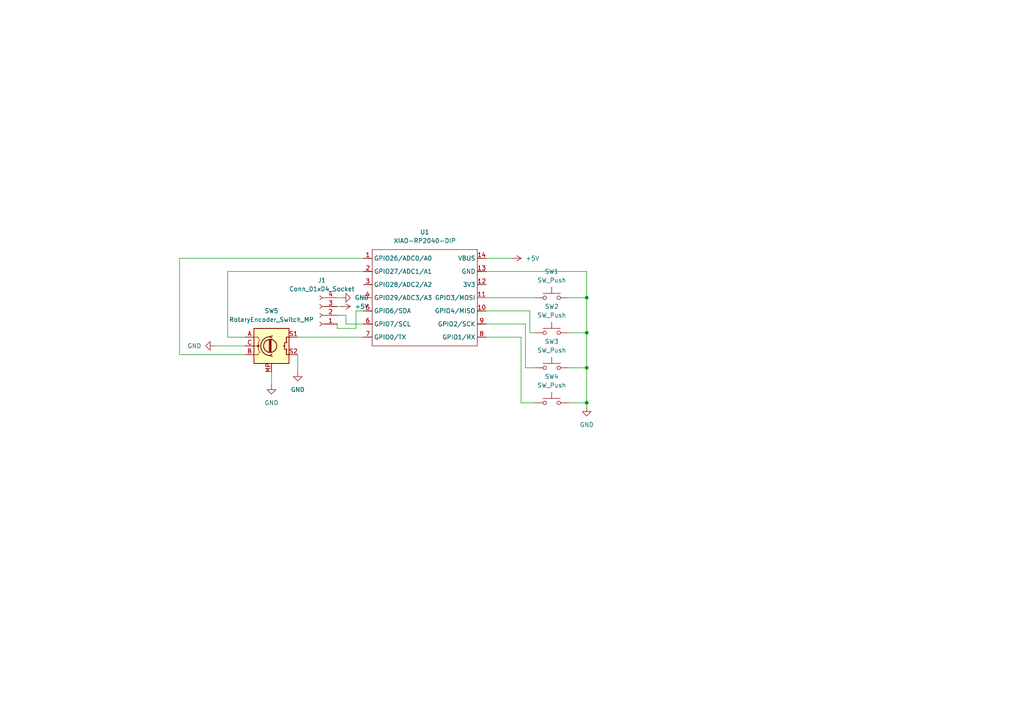
<source format=kicad_sch>
(kicad_sch
	(version 20250114)
	(generator "eeschema")
	(generator_version "9.0")
	(uuid "bb7fdfae-3601-43c7-8027-94ad6340509e")
	(paper "A4")
	(lib_symbols
		(symbol "Connector:Conn_01x04_Socket"
			(pin_names
				(offset 1.016)
				(hide yes)
			)
			(exclude_from_sim no)
			(in_bom yes)
			(on_board yes)
			(property "Reference" "J"
				(at 0 5.08 0)
				(effects
					(font
						(size 1.27 1.27)
					)
				)
			)
			(property "Value" "Conn_01x04_Socket"
				(at 0 -7.62 0)
				(effects
					(font
						(size 1.27 1.27)
					)
				)
			)
			(property "Footprint" ""
				(at 0 0 0)
				(effects
					(font
						(size 1.27 1.27)
					)
					(hide yes)
				)
			)
			(property "Datasheet" "~"
				(at 0 0 0)
				(effects
					(font
						(size 1.27 1.27)
					)
					(hide yes)
				)
			)
			(property "Description" "Generic connector, single row, 01x04, script generated"
				(at 0 0 0)
				(effects
					(font
						(size 1.27 1.27)
					)
					(hide yes)
				)
			)
			(property "ki_locked" ""
				(at 0 0 0)
				(effects
					(font
						(size 1.27 1.27)
					)
				)
			)
			(property "ki_keywords" "connector"
				(at 0 0 0)
				(effects
					(font
						(size 1.27 1.27)
					)
					(hide yes)
				)
			)
			(property "ki_fp_filters" "Connector*:*_1x??_*"
				(at 0 0 0)
				(effects
					(font
						(size 1.27 1.27)
					)
					(hide yes)
				)
			)
			(symbol "Conn_01x04_Socket_1_1"
				(polyline
					(pts
						(xy -1.27 2.54) (xy -0.508 2.54)
					)
					(stroke
						(width 0.1524)
						(type default)
					)
					(fill
						(type none)
					)
				)
				(polyline
					(pts
						(xy -1.27 0) (xy -0.508 0)
					)
					(stroke
						(width 0.1524)
						(type default)
					)
					(fill
						(type none)
					)
				)
				(polyline
					(pts
						(xy -1.27 -2.54) (xy -0.508 -2.54)
					)
					(stroke
						(width 0.1524)
						(type default)
					)
					(fill
						(type none)
					)
				)
				(polyline
					(pts
						(xy -1.27 -5.08) (xy -0.508 -5.08)
					)
					(stroke
						(width 0.1524)
						(type default)
					)
					(fill
						(type none)
					)
				)
				(arc
					(start 0 2.032)
					(mid -0.5058 2.54)
					(end 0 3.048)
					(stroke
						(width 0.1524)
						(type default)
					)
					(fill
						(type none)
					)
				)
				(arc
					(start 0 -0.508)
					(mid -0.5058 0)
					(end 0 0.508)
					(stroke
						(width 0.1524)
						(type default)
					)
					(fill
						(type none)
					)
				)
				(arc
					(start 0 -3.048)
					(mid -0.5058 -2.54)
					(end 0 -2.032)
					(stroke
						(width 0.1524)
						(type default)
					)
					(fill
						(type none)
					)
				)
				(arc
					(start 0 -5.588)
					(mid -0.5058 -5.08)
					(end 0 -4.572)
					(stroke
						(width 0.1524)
						(type default)
					)
					(fill
						(type none)
					)
				)
				(pin passive line
					(at -5.08 2.54 0)
					(length 3.81)
					(name "Pin_1"
						(effects
							(font
								(size 1.27 1.27)
							)
						)
					)
					(number "1"
						(effects
							(font
								(size 1.27 1.27)
							)
						)
					)
				)
				(pin passive line
					(at -5.08 0 0)
					(length 3.81)
					(name "Pin_2"
						(effects
							(font
								(size 1.27 1.27)
							)
						)
					)
					(number "2"
						(effects
							(font
								(size 1.27 1.27)
							)
						)
					)
				)
				(pin passive line
					(at -5.08 -2.54 0)
					(length 3.81)
					(name "Pin_3"
						(effects
							(font
								(size 1.27 1.27)
							)
						)
					)
					(number "3"
						(effects
							(font
								(size 1.27 1.27)
							)
						)
					)
				)
				(pin passive line
					(at -5.08 -5.08 0)
					(length 3.81)
					(name "Pin_4"
						(effects
							(font
								(size 1.27 1.27)
							)
						)
					)
					(number "4"
						(effects
							(font
								(size 1.27 1.27)
							)
						)
					)
				)
			)
			(embedded_fonts no)
		)
		(symbol "Device:RotaryEncoder_Switch_MP"
			(pin_names
				(offset 0.254)
				(hide yes)
			)
			(exclude_from_sim no)
			(in_bom yes)
			(on_board yes)
			(property "Reference" "SW"
				(at 0 8.89 0)
				(effects
					(font
						(size 1.27 1.27)
					)
				)
			)
			(property "Value" "RotaryEncoder_Switch_MP"
				(at 0 6.35 0)
				(effects
					(font
						(size 1.27 1.27)
					)
				)
			)
			(property "Footprint" ""
				(at -3.81 4.064 0)
				(effects
					(font
						(size 1.27 1.27)
					)
					(hide yes)
				)
			)
			(property "Datasheet" "~"
				(at 0 -12.7 0)
				(effects
					(font
						(size 1.27 1.27)
					)
					(hide yes)
				)
			)
			(property "Description" "Rotary encoder, dual channel, incremental quadrate outputs, with switch and MP Pin"
				(at 0 -15.24 0)
				(effects
					(font
						(size 1.27 1.27)
					)
					(hide yes)
				)
			)
			(property "ki_keywords" "rotary switch encoder switch push button"
				(at 0 0 0)
				(effects
					(font
						(size 1.27 1.27)
					)
					(hide yes)
				)
			)
			(property "ki_fp_filters" "RotaryEncoder*Switch*"
				(at 0 0 0)
				(effects
					(font
						(size 1.27 1.27)
					)
					(hide yes)
				)
			)
			(symbol "RotaryEncoder_Switch_MP_0_1"
				(rectangle
					(start -5.08 5.08)
					(end 5.08 -5.08)
					(stroke
						(width 0.254)
						(type default)
					)
					(fill
						(type background)
					)
				)
				(polyline
					(pts
						(xy -5.08 2.54) (xy -3.81 2.54) (xy -3.81 2.032)
					)
					(stroke
						(width 0)
						(type default)
					)
					(fill
						(type none)
					)
				)
				(polyline
					(pts
						(xy -5.08 0) (xy -3.81 0) (xy -3.81 -1.016) (xy -3.302 -2.032)
					)
					(stroke
						(width 0)
						(type default)
					)
					(fill
						(type none)
					)
				)
				(polyline
					(pts
						(xy -5.08 -2.54) (xy -3.81 -2.54) (xy -3.81 -2.032)
					)
					(stroke
						(width 0)
						(type default)
					)
					(fill
						(type none)
					)
				)
				(polyline
					(pts
						(xy -4.318 0) (xy -3.81 0) (xy -3.81 1.016) (xy -3.302 2.032)
					)
					(stroke
						(width 0)
						(type default)
					)
					(fill
						(type none)
					)
				)
				(circle
					(center -3.81 0)
					(radius 0.254)
					(stroke
						(width 0)
						(type default)
					)
					(fill
						(type outline)
					)
				)
				(polyline
					(pts
						(xy -0.635 -1.778) (xy -0.635 1.778)
					)
					(stroke
						(width 0.254)
						(type default)
					)
					(fill
						(type none)
					)
				)
				(circle
					(center -0.381 0)
					(radius 1.905)
					(stroke
						(width 0.254)
						(type default)
					)
					(fill
						(type none)
					)
				)
				(polyline
					(pts
						(xy -0.381 -1.778) (xy -0.381 1.778)
					)
					(stroke
						(width 0.254)
						(type default)
					)
					(fill
						(type none)
					)
				)
				(arc
					(start -0.381 -2.794)
					(mid -3.0988 -0.0635)
					(end -0.381 2.667)
					(stroke
						(width 0.254)
						(type default)
					)
					(fill
						(type none)
					)
				)
				(polyline
					(pts
						(xy -0.127 1.778) (xy -0.127 -1.778)
					)
					(stroke
						(width 0.254)
						(type default)
					)
					(fill
						(type none)
					)
				)
				(polyline
					(pts
						(xy 0.254 2.921) (xy -0.508 2.667) (xy 0.127 2.286)
					)
					(stroke
						(width 0.254)
						(type default)
					)
					(fill
						(type none)
					)
				)
				(polyline
					(pts
						(xy 0.254 -3.048) (xy -0.508 -2.794) (xy 0.127 -2.413)
					)
					(stroke
						(width 0.254)
						(type default)
					)
					(fill
						(type none)
					)
				)
				(polyline
					(pts
						(xy 3.81 1.016) (xy 3.81 -1.016)
					)
					(stroke
						(width 0.254)
						(type default)
					)
					(fill
						(type none)
					)
				)
				(polyline
					(pts
						(xy 3.81 0) (xy 3.429 0)
					)
					(stroke
						(width 0.254)
						(type default)
					)
					(fill
						(type none)
					)
				)
				(circle
					(center 4.318 1.016)
					(radius 0.127)
					(stroke
						(width 0.254)
						(type default)
					)
					(fill
						(type none)
					)
				)
				(circle
					(center 4.318 -1.016)
					(radius 0.127)
					(stroke
						(width 0.254)
						(type default)
					)
					(fill
						(type none)
					)
				)
				(polyline
					(pts
						(xy 5.08 2.54) (xy 4.318 2.54) (xy 4.318 1.016)
					)
					(stroke
						(width 0.254)
						(type default)
					)
					(fill
						(type none)
					)
				)
				(polyline
					(pts
						(xy 5.08 -2.54) (xy 4.318 -2.54) (xy 4.318 -1.016)
					)
					(stroke
						(width 0.254)
						(type default)
					)
					(fill
						(type none)
					)
				)
			)
			(symbol "RotaryEncoder_Switch_MP_1_1"
				(pin passive line
					(at -7.62 2.54 0)
					(length 2.54)
					(name "A"
						(effects
							(font
								(size 1.27 1.27)
							)
						)
					)
					(number "A"
						(effects
							(font
								(size 1.27 1.27)
							)
						)
					)
				)
				(pin passive line
					(at -7.62 0 0)
					(length 2.54)
					(name "C"
						(effects
							(font
								(size 1.27 1.27)
							)
						)
					)
					(number "C"
						(effects
							(font
								(size 1.27 1.27)
							)
						)
					)
				)
				(pin passive line
					(at -7.62 -2.54 0)
					(length 2.54)
					(name "B"
						(effects
							(font
								(size 1.27 1.27)
							)
						)
					)
					(number "B"
						(effects
							(font
								(size 1.27 1.27)
							)
						)
					)
				)
				(pin passive line
					(at 0 -7.62 90)
					(length 2.54)
					(name "MP"
						(effects
							(font
								(size 1.27 1.27)
							)
						)
					)
					(number "MP"
						(effects
							(font
								(size 1.27 1.27)
							)
						)
					)
				)
				(pin passive line
					(at 7.62 2.54 180)
					(length 2.54)
					(name "S1"
						(effects
							(font
								(size 1.27 1.27)
							)
						)
					)
					(number "S1"
						(effects
							(font
								(size 1.27 1.27)
							)
						)
					)
				)
				(pin passive line
					(at 7.62 -2.54 180)
					(length 2.54)
					(name "S2"
						(effects
							(font
								(size 1.27 1.27)
							)
						)
					)
					(number "S2"
						(effects
							(font
								(size 1.27 1.27)
							)
						)
					)
				)
			)
			(embedded_fonts no)
		)
		(symbol "Switch:SW_Push"
			(pin_numbers
				(hide yes)
			)
			(pin_names
				(offset 1.016)
				(hide yes)
			)
			(exclude_from_sim no)
			(in_bom yes)
			(on_board yes)
			(property "Reference" "SW"
				(at 1.27 2.54 0)
				(effects
					(font
						(size 1.27 1.27)
					)
					(justify left)
				)
			)
			(property "Value" "SW_Push"
				(at 0 -1.524 0)
				(effects
					(font
						(size 1.27 1.27)
					)
				)
			)
			(property "Footprint" ""
				(at 0 5.08 0)
				(effects
					(font
						(size 1.27 1.27)
					)
					(hide yes)
				)
			)
			(property "Datasheet" "~"
				(at 0 5.08 0)
				(effects
					(font
						(size 1.27 1.27)
					)
					(hide yes)
				)
			)
			(property "Description" "Push button switch, generic, two pins"
				(at 0 0 0)
				(effects
					(font
						(size 1.27 1.27)
					)
					(hide yes)
				)
			)
			(property "ki_keywords" "switch normally-open pushbutton push-button"
				(at 0 0 0)
				(effects
					(font
						(size 1.27 1.27)
					)
					(hide yes)
				)
			)
			(symbol "SW_Push_0_1"
				(circle
					(center -2.032 0)
					(radius 0.508)
					(stroke
						(width 0)
						(type default)
					)
					(fill
						(type none)
					)
				)
				(polyline
					(pts
						(xy 0 1.27) (xy 0 3.048)
					)
					(stroke
						(width 0)
						(type default)
					)
					(fill
						(type none)
					)
				)
				(circle
					(center 2.032 0)
					(radius 0.508)
					(stroke
						(width 0)
						(type default)
					)
					(fill
						(type none)
					)
				)
				(polyline
					(pts
						(xy 2.54 1.27) (xy -2.54 1.27)
					)
					(stroke
						(width 0)
						(type default)
					)
					(fill
						(type none)
					)
				)
				(pin passive line
					(at -5.08 0 0)
					(length 2.54)
					(name "1"
						(effects
							(font
								(size 1.27 1.27)
							)
						)
					)
					(number "1"
						(effects
							(font
								(size 1.27 1.27)
							)
						)
					)
				)
				(pin passive line
					(at 5.08 0 180)
					(length 2.54)
					(name "2"
						(effects
							(font
								(size 1.27 1.27)
							)
						)
					)
					(number "2"
						(effects
							(font
								(size 1.27 1.27)
							)
						)
					)
				)
			)
			(embedded_fonts no)
		)
		(symbol "power:+5V"
			(power)
			(pin_numbers
				(hide yes)
			)
			(pin_names
				(offset 0)
				(hide yes)
			)
			(exclude_from_sim no)
			(in_bom yes)
			(on_board yes)
			(property "Reference" "#PWR"
				(at 0 -3.81 0)
				(effects
					(font
						(size 1.27 1.27)
					)
					(hide yes)
				)
			)
			(property "Value" "+5V"
				(at 0 3.556 0)
				(effects
					(font
						(size 1.27 1.27)
					)
				)
			)
			(property "Footprint" ""
				(at 0 0 0)
				(effects
					(font
						(size 1.27 1.27)
					)
					(hide yes)
				)
			)
			(property "Datasheet" ""
				(at 0 0 0)
				(effects
					(font
						(size 1.27 1.27)
					)
					(hide yes)
				)
			)
			(property "Description" "Power symbol creates a global label with name \"+5V\""
				(at 0 0 0)
				(effects
					(font
						(size 1.27 1.27)
					)
					(hide yes)
				)
			)
			(property "ki_keywords" "global power"
				(at 0 0 0)
				(effects
					(font
						(size 1.27 1.27)
					)
					(hide yes)
				)
			)
			(symbol "+5V_0_1"
				(polyline
					(pts
						(xy -0.762 1.27) (xy 0 2.54)
					)
					(stroke
						(width 0)
						(type default)
					)
					(fill
						(type none)
					)
				)
				(polyline
					(pts
						(xy 0 2.54) (xy 0.762 1.27)
					)
					(stroke
						(width 0)
						(type default)
					)
					(fill
						(type none)
					)
				)
				(polyline
					(pts
						(xy 0 0) (xy 0 2.54)
					)
					(stroke
						(width 0)
						(type default)
					)
					(fill
						(type none)
					)
				)
			)
			(symbol "+5V_1_1"
				(pin power_in line
					(at 0 0 90)
					(length 0)
					(name "~"
						(effects
							(font
								(size 1.27 1.27)
							)
						)
					)
					(number "1"
						(effects
							(font
								(size 1.27 1.27)
							)
						)
					)
				)
			)
			(embedded_fonts no)
		)
		(symbol "power:GND"
			(power)
			(pin_numbers
				(hide yes)
			)
			(pin_names
				(offset 0)
				(hide yes)
			)
			(exclude_from_sim no)
			(in_bom yes)
			(on_board yes)
			(property "Reference" "#PWR"
				(at 0 -6.35 0)
				(effects
					(font
						(size 1.27 1.27)
					)
					(hide yes)
				)
			)
			(property "Value" "GND"
				(at 0 -3.81 0)
				(effects
					(font
						(size 1.27 1.27)
					)
				)
			)
			(property "Footprint" ""
				(at 0 0 0)
				(effects
					(font
						(size 1.27 1.27)
					)
					(hide yes)
				)
			)
			(property "Datasheet" ""
				(at 0 0 0)
				(effects
					(font
						(size 1.27 1.27)
					)
					(hide yes)
				)
			)
			(property "Description" "Power symbol creates a global label with name \"GND\" , ground"
				(at 0 0 0)
				(effects
					(font
						(size 1.27 1.27)
					)
					(hide yes)
				)
			)
			(property "ki_keywords" "global power"
				(at 0 0 0)
				(effects
					(font
						(size 1.27 1.27)
					)
					(hide yes)
				)
			)
			(symbol "GND_0_1"
				(polyline
					(pts
						(xy 0 0) (xy 0 -1.27) (xy 1.27 -1.27) (xy 0 -2.54) (xy -1.27 -1.27) (xy 0 -1.27)
					)
					(stroke
						(width 0)
						(type default)
					)
					(fill
						(type none)
					)
				)
			)
			(symbol "GND_1_1"
				(pin power_in line
					(at 0 0 270)
					(length 0)
					(name "~"
						(effects
							(font
								(size 1.27 1.27)
							)
						)
					)
					(number "1"
						(effects
							(font
								(size 1.27 1.27)
							)
						)
					)
				)
			)
			(embedded_fonts no)
		)
		(symbol "xiao:XIAO-RP2040-DIP"
			(exclude_from_sim no)
			(in_bom yes)
			(on_board yes)
			(property "Reference" "U"
				(at 0 0 0)
				(effects
					(font
						(size 1.27 1.27)
					)
				)
			)
			(property "Value" "XIAO-RP2040-DIP"
				(at 5.334 -1.778 0)
				(effects
					(font
						(size 1.27 1.27)
					)
				)
			)
			(property "Footprint" "Module:MOUDLE14P-XIAO-DIP-SMD"
				(at 14.478 -32.258 0)
				(effects
					(font
						(size 1.27 1.27)
					)
					(hide yes)
				)
			)
			(property "Datasheet" ""
				(at 0 0 0)
				(effects
					(font
						(size 1.27 1.27)
					)
					(hide yes)
				)
			)
			(property "Description" ""
				(at 0 0 0)
				(effects
					(font
						(size 1.27 1.27)
					)
					(hide yes)
				)
			)
			(symbol "XIAO-RP2040-DIP_1_0"
				(polyline
					(pts
						(xy -1.27 -2.54) (xy 29.21 -2.54)
					)
					(stroke
						(width 0.1524)
						(type solid)
					)
					(fill
						(type none)
					)
				)
				(polyline
					(pts
						(xy -1.27 -5.08) (xy -2.54 -5.08)
					)
					(stroke
						(width 0.1524)
						(type solid)
					)
					(fill
						(type none)
					)
				)
				(polyline
					(pts
						(xy -1.27 -5.08) (xy -1.27 -2.54)
					)
					(stroke
						(width 0.1524)
						(type solid)
					)
					(fill
						(type none)
					)
				)
				(polyline
					(pts
						(xy -1.27 -8.89) (xy -2.54 -8.89)
					)
					(stroke
						(width 0.1524)
						(type solid)
					)
					(fill
						(type none)
					)
				)
				(polyline
					(pts
						(xy -1.27 -8.89) (xy -1.27 -5.08)
					)
					(stroke
						(width 0.1524)
						(type solid)
					)
					(fill
						(type none)
					)
				)
				(polyline
					(pts
						(xy -1.27 -12.7) (xy -2.54 -12.7)
					)
					(stroke
						(width 0.1524)
						(type solid)
					)
					(fill
						(type none)
					)
				)
				(polyline
					(pts
						(xy -1.27 -12.7) (xy -1.27 -8.89)
					)
					(stroke
						(width 0.1524)
						(type solid)
					)
					(fill
						(type none)
					)
				)
				(polyline
					(pts
						(xy -1.27 -16.51) (xy -2.54 -16.51)
					)
					(stroke
						(width 0.1524)
						(type solid)
					)
					(fill
						(type none)
					)
				)
				(polyline
					(pts
						(xy -1.27 -16.51) (xy -1.27 -12.7)
					)
					(stroke
						(width 0.1524)
						(type solid)
					)
					(fill
						(type none)
					)
				)
				(polyline
					(pts
						(xy -1.27 -20.32) (xy -2.54 -20.32)
					)
					(stroke
						(width 0.1524)
						(type solid)
					)
					(fill
						(type none)
					)
				)
				(polyline
					(pts
						(xy -1.27 -24.13) (xy -2.54 -24.13)
					)
					(stroke
						(width 0.1524)
						(type solid)
					)
					(fill
						(type none)
					)
				)
				(polyline
					(pts
						(xy -1.27 -27.94) (xy -2.54 -27.94)
					)
					(stroke
						(width 0.1524)
						(type solid)
					)
					(fill
						(type none)
					)
				)
				(polyline
					(pts
						(xy -1.27 -30.48) (xy -1.27 -16.51)
					)
					(stroke
						(width 0.1524)
						(type solid)
					)
					(fill
						(type none)
					)
				)
				(polyline
					(pts
						(xy 29.21 -2.54) (xy 29.21 -5.08)
					)
					(stroke
						(width 0.1524)
						(type solid)
					)
					(fill
						(type none)
					)
				)
				(polyline
					(pts
						(xy 29.21 -5.08) (xy 29.21 -8.89)
					)
					(stroke
						(width 0.1524)
						(type solid)
					)
					(fill
						(type none)
					)
				)
				(polyline
					(pts
						(xy 29.21 -8.89) (xy 29.21 -12.7)
					)
					(stroke
						(width 0.1524)
						(type solid)
					)
					(fill
						(type none)
					)
				)
				(polyline
					(pts
						(xy 29.21 -12.7) (xy 29.21 -30.48)
					)
					(stroke
						(width 0.1524)
						(type solid)
					)
					(fill
						(type none)
					)
				)
				(polyline
					(pts
						(xy 29.21 -30.48) (xy -1.27 -30.48)
					)
					(stroke
						(width 0.1524)
						(type solid)
					)
					(fill
						(type none)
					)
				)
				(polyline
					(pts
						(xy 30.48 -5.08) (xy 29.21 -5.08)
					)
					(stroke
						(width 0.1524)
						(type solid)
					)
					(fill
						(type none)
					)
				)
				(polyline
					(pts
						(xy 30.48 -8.89) (xy 29.21 -8.89)
					)
					(stroke
						(width 0.1524)
						(type solid)
					)
					(fill
						(type none)
					)
				)
				(polyline
					(pts
						(xy 30.48 -12.7) (xy 29.21 -12.7)
					)
					(stroke
						(width 0.1524)
						(type solid)
					)
					(fill
						(type none)
					)
				)
				(polyline
					(pts
						(xy 30.48 -16.51) (xy 29.21 -16.51)
					)
					(stroke
						(width 0.1524)
						(type solid)
					)
					(fill
						(type none)
					)
				)
				(polyline
					(pts
						(xy 30.48 -20.32) (xy 29.21 -20.32)
					)
					(stroke
						(width 0.1524)
						(type solid)
					)
					(fill
						(type none)
					)
				)
				(polyline
					(pts
						(xy 30.48 -24.13) (xy 29.21 -24.13)
					)
					(stroke
						(width 0.1524)
						(type solid)
					)
					(fill
						(type none)
					)
				)
				(polyline
					(pts
						(xy 30.48 -27.94) (xy 29.21 -27.94)
					)
					(stroke
						(width 0.1524)
						(type solid)
					)
					(fill
						(type none)
					)
				)
				(pin passive line
					(at -3.81 -5.08 0)
					(length 2.54)
					(name "GPIO26/ADC0/A0"
						(effects
							(font
								(size 1.27 1.27)
							)
						)
					)
					(number "1"
						(effects
							(font
								(size 1.27 1.27)
							)
						)
					)
				)
				(pin passive line
					(at -3.81 -8.89 0)
					(length 2.54)
					(name "GPIO27/ADC1/A1"
						(effects
							(font
								(size 1.27 1.27)
							)
						)
					)
					(number "2"
						(effects
							(font
								(size 1.27 1.27)
							)
						)
					)
				)
				(pin passive line
					(at -3.81 -12.7 0)
					(length 2.54)
					(name "GPIO28/ADC2/A2"
						(effects
							(font
								(size 1.27 1.27)
							)
						)
					)
					(number "3"
						(effects
							(font
								(size 1.27 1.27)
							)
						)
					)
				)
				(pin passive line
					(at -3.81 -16.51 0)
					(length 2.54)
					(name "GPIO29/ADC3/A3"
						(effects
							(font
								(size 1.27 1.27)
							)
						)
					)
					(number "4"
						(effects
							(font
								(size 1.27 1.27)
							)
						)
					)
				)
				(pin passive line
					(at -3.81 -20.32 0)
					(length 2.54)
					(name "GPIO6/SDA"
						(effects
							(font
								(size 1.27 1.27)
							)
						)
					)
					(number "5"
						(effects
							(font
								(size 1.27 1.27)
							)
						)
					)
				)
				(pin passive line
					(at -3.81 -24.13 0)
					(length 2.54)
					(name "GPIO7/SCL"
						(effects
							(font
								(size 1.27 1.27)
							)
						)
					)
					(number "6"
						(effects
							(font
								(size 1.27 1.27)
							)
						)
					)
				)
				(pin passive line
					(at -3.81 -27.94 0)
					(length 2.54)
					(name "GPIO0/TX"
						(effects
							(font
								(size 1.27 1.27)
							)
						)
					)
					(number "7"
						(effects
							(font
								(size 1.27 1.27)
							)
						)
					)
				)
				(pin passive line
					(at 31.75 -5.08 180)
					(length 2.54)
					(name "VBUS"
						(effects
							(font
								(size 1.27 1.27)
							)
						)
					)
					(number "14"
						(effects
							(font
								(size 1.27 1.27)
							)
						)
					)
				)
				(pin passive line
					(at 31.75 -8.89 180)
					(length 2.54)
					(name "GND"
						(effects
							(font
								(size 1.27 1.27)
							)
						)
					)
					(number "13"
						(effects
							(font
								(size 1.27 1.27)
							)
						)
					)
				)
				(pin passive line
					(at 31.75 -12.7 180)
					(length 2.54)
					(name "3V3"
						(effects
							(font
								(size 1.27 1.27)
							)
						)
					)
					(number "12"
						(effects
							(font
								(size 1.27 1.27)
							)
						)
					)
				)
				(pin passive line
					(at 31.75 -16.51 180)
					(length 2.54)
					(name "GPIO3/MOSI"
						(effects
							(font
								(size 1.27 1.27)
							)
						)
					)
					(number "11"
						(effects
							(font
								(size 1.27 1.27)
							)
						)
					)
				)
				(pin passive line
					(at 31.75 -20.32 180)
					(length 2.54)
					(name "GPIO4/MISO"
						(effects
							(font
								(size 1.27 1.27)
							)
						)
					)
					(number "10"
						(effects
							(font
								(size 1.27 1.27)
							)
						)
					)
				)
				(pin passive line
					(at 31.75 -24.13 180)
					(length 2.54)
					(name "GPIO2/SCK"
						(effects
							(font
								(size 1.27 1.27)
							)
						)
					)
					(number "9"
						(effects
							(font
								(size 1.27 1.27)
							)
						)
					)
				)
				(pin passive line
					(at 31.75 -27.94 180)
					(length 2.54)
					(name "GPIO1/RX"
						(effects
							(font
								(size 1.27 1.27)
							)
						)
					)
					(number "8"
						(effects
							(font
								(size 1.27 1.27)
							)
						)
					)
				)
			)
			(embedded_fonts no)
		)
	)
	(junction
		(at 170.18 106.68)
		(diameter 0)
		(color 0 0 0 0)
		(uuid "1ad44baa-c1b9-43f4-a17d-968883565c3d")
	)
	(junction
		(at 170.18 116.84)
		(diameter 0)
		(color 0 0 0 0)
		(uuid "37f6ca65-badc-49c7-81b5-7f1e26e549cd")
	)
	(junction
		(at 170.18 86.36)
		(diameter 0)
		(color 0 0 0 0)
		(uuid "ad37af18-3635-4c6d-8bc7-0d0886c111b2")
	)
	(junction
		(at 170.18 96.52)
		(diameter 0)
		(color 0 0 0 0)
		(uuid "c1e4e8aa-0572-4e80-8d04-c3430f801eb5")
	)
	(wire
		(pts
			(xy 78.74 107.95) (xy 78.74 111.76)
		)
		(stroke
			(width 0)
			(type default)
		)
		(uuid "001c0922-602c-4877-8253-c804a3668e8e")
	)
	(wire
		(pts
			(xy 100.33 91.44) (xy 97.79 91.44)
		)
		(stroke
			(width 0)
			(type default)
		)
		(uuid "050aeacb-c926-4fbc-8717-63daea1330e0")
	)
	(wire
		(pts
			(xy 165.1 96.52) (xy 170.18 96.52)
		)
		(stroke
			(width 0)
			(type default)
		)
		(uuid "130db8b2-623d-4806-a1e4-dfb9903f34bb")
	)
	(wire
		(pts
			(xy 140.97 74.93) (xy 148.59 74.93)
		)
		(stroke
			(width 0)
			(type default)
		)
		(uuid "15793989-3e19-4d3a-904f-9301503a5d13")
	)
	(wire
		(pts
			(xy 86.36 102.87) (xy 86.36 107.95)
		)
		(stroke
			(width 0)
			(type default)
		)
		(uuid "199be5eb-884c-4429-b6e9-dc59ce43b747")
	)
	(wire
		(pts
			(xy 86.36 97.79) (xy 105.41 97.79)
		)
		(stroke
			(width 0)
			(type default)
		)
		(uuid "1d47c453-f967-4138-a39e-d3b89eebeb3f")
	)
	(wire
		(pts
			(xy 153.67 90.17) (xy 153.67 96.52)
		)
		(stroke
			(width 0)
			(type default)
		)
		(uuid "1ffae53a-3925-40ac-a56c-766cc8c2b832")
	)
	(wire
		(pts
			(xy 170.18 78.74) (xy 170.18 86.36)
		)
		(stroke
			(width 0)
			(type default)
		)
		(uuid "21280d7c-0b12-4f96-b37d-a450c34d3146")
	)
	(wire
		(pts
			(xy 170.18 86.36) (xy 170.18 96.52)
		)
		(stroke
			(width 0)
			(type default)
		)
		(uuid "2606b032-b3d1-43e0-a149-4fbf21067f63")
	)
	(wire
		(pts
			(xy 140.97 97.79) (xy 151.13 97.79)
		)
		(stroke
			(width 0)
			(type default)
		)
		(uuid "29406e5f-41e2-4942-851c-80fa67473602")
	)
	(wire
		(pts
			(xy 152.4 93.98) (xy 152.4 106.68)
		)
		(stroke
			(width 0)
			(type default)
		)
		(uuid "32a53f87-cd33-4e7a-bebe-aa8475cf8be5")
	)
	(wire
		(pts
			(xy 170.18 106.68) (xy 170.18 116.84)
		)
		(stroke
			(width 0)
			(type default)
		)
		(uuid "34367423-99df-45a4-b618-d11ca5efb5db")
	)
	(wire
		(pts
			(xy 151.13 116.84) (xy 154.94 116.84)
		)
		(stroke
			(width 0)
			(type default)
		)
		(uuid "39cb8927-ac7c-4e34-96e3-5004ba739918")
	)
	(wire
		(pts
			(xy 152.4 106.68) (xy 154.94 106.68)
		)
		(stroke
			(width 0)
			(type default)
		)
		(uuid "47d9daed-599c-4a25-9b36-73586b6e2575")
	)
	(wire
		(pts
			(xy 100.33 93.98) (xy 100.33 91.44)
		)
		(stroke
			(width 0)
			(type default)
		)
		(uuid "56020c22-d385-41c0-a610-6945a67015b2")
	)
	(wire
		(pts
			(xy 165.1 116.84) (xy 170.18 116.84)
		)
		(stroke
			(width 0)
			(type default)
		)
		(uuid "5786c812-925a-4493-af78-3c91898a7988")
	)
	(wire
		(pts
			(xy 170.18 96.52) (xy 170.18 106.68)
		)
		(stroke
			(width 0)
			(type default)
		)
		(uuid "593bec2a-25b4-4e8f-ae62-76233990a21b")
	)
	(wire
		(pts
			(xy 71.12 102.87) (xy 52.07 102.87)
		)
		(stroke
			(width 0)
			(type default)
		)
		(uuid "5ce1bd1e-6206-426e-aa34-d09199058ce8")
	)
	(wire
		(pts
			(xy 140.97 93.98) (xy 152.4 93.98)
		)
		(stroke
			(width 0)
			(type default)
		)
		(uuid "63b920c5-982e-41aa-89df-0285becada2f")
	)
	(wire
		(pts
			(xy 105.41 93.98) (xy 100.33 93.98)
		)
		(stroke
			(width 0)
			(type default)
		)
		(uuid "6680680d-3616-45c6-9f6c-07a802a617bb")
	)
	(wire
		(pts
			(xy 66.04 97.79) (xy 66.04 78.74)
		)
		(stroke
			(width 0)
			(type default)
		)
		(uuid "68f13d7b-c8b6-4c4e-84be-b2aca8efa1a0")
	)
	(wire
		(pts
			(xy 103.2539 95.25) (xy 103.2539 90.17)
		)
		(stroke
			(width 0)
			(type default)
		)
		(uuid "6df59de0-d0c4-40c1-9e3a-17e49bea7e2d")
	)
	(wire
		(pts
			(xy 66.04 78.74) (xy 105.41 78.74)
		)
		(stroke
			(width 0)
			(type default)
		)
		(uuid "80bd930f-6ac0-46b0-aabc-38a2571a2c00")
	)
	(wire
		(pts
			(xy 97.79 86.36) (xy 99.06 86.36)
		)
		(stroke
			(width 0)
			(type default)
		)
		(uuid "838c5b26-e82a-4a1b-81b8-8e4efb8d7668")
	)
	(wire
		(pts
			(xy 97.79 93.98) (xy 97.79 95.25)
		)
		(stroke
			(width 0)
			(type default)
		)
		(uuid "8876fbb6-1389-4685-b06f-c75fe1602d75")
	)
	(wire
		(pts
			(xy 140.97 78.74) (xy 170.18 78.74)
		)
		(stroke
			(width 0)
			(type default)
		)
		(uuid "90cd4a3f-633c-462a-8e85-293fc8097f5e")
	)
	(wire
		(pts
			(xy 140.97 90.17) (xy 153.67 90.17)
		)
		(stroke
			(width 0)
			(type default)
		)
		(uuid "945e86e9-bbbc-4575-be8b-1401d29eee19")
	)
	(wire
		(pts
			(xy 140.97 86.36) (xy 154.94 86.36)
		)
		(stroke
			(width 0)
			(type default)
		)
		(uuid "9c09c886-9ef6-4ad9-ad72-92b61268c903")
	)
	(wire
		(pts
			(xy 97.79 95.25) (xy 103.2539 95.25)
		)
		(stroke
			(width 0)
			(type default)
		)
		(uuid "ae7a3b05-ca8b-4f55-ab97-10dd81b3f6a1")
	)
	(wire
		(pts
			(xy 97.79 88.9) (xy 99.06 88.9)
		)
		(stroke
			(width 0)
			(type default)
		)
		(uuid "afe9e5b6-fa20-47f0-a634-97f5840d16e3")
	)
	(wire
		(pts
			(xy 71.12 97.79) (xy 66.04 97.79)
		)
		(stroke
			(width 0)
			(type default)
		)
		(uuid "b1d38c13-b38d-4c2d-a09e-285fc14c9936")
	)
	(wire
		(pts
			(xy 62.23 100.33) (xy 71.12 100.33)
		)
		(stroke
			(width 0)
			(type default)
		)
		(uuid "b82788e2-2a53-4874-882f-c6bda481eb4f")
	)
	(wire
		(pts
			(xy 103.2539 90.17) (xy 105.41 90.17)
		)
		(stroke
			(width 0)
			(type default)
		)
		(uuid "b9ff3b97-9829-40bc-ab0d-5c9c2572e666")
	)
	(wire
		(pts
			(xy 165.1 106.68) (xy 170.18 106.68)
		)
		(stroke
			(width 0)
			(type default)
		)
		(uuid "c3ec4adc-88d2-4251-9a18-3cc2584e5c71")
	)
	(wire
		(pts
			(xy 153.67 96.52) (xy 154.94 96.52)
		)
		(stroke
			(width 0)
			(type default)
		)
		(uuid "cd26e95b-0900-48a2-93a0-c23329c9cc9b")
	)
	(wire
		(pts
			(xy 52.07 102.87) (xy 52.07 74.93)
		)
		(stroke
			(width 0)
			(type default)
		)
		(uuid "d51b496d-6c45-4141-882b-7db4af465f1e")
	)
	(wire
		(pts
			(xy 165.1 86.36) (xy 170.18 86.36)
		)
		(stroke
			(width 0)
			(type default)
		)
		(uuid "dddc1979-d68e-4588-9854-2c74d721f789")
	)
	(wire
		(pts
			(xy 170.18 116.84) (xy 170.18 118.11)
		)
		(stroke
			(width 0)
			(type default)
		)
		(uuid "e2cb5264-9422-4c05-a035-8f5127eeb071")
	)
	(wire
		(pts
			(xy 52.07 74.93) (xy 105.41 74.93)
		)
		(stroke
			(width 0)
			(type default)
		)
		(uuid "f527dd3d-dd79-492a-a552-84b0cfedaf3f")
	)
	(wire
		(pts
			(xy 151.13 97.79) (xy 151.13 116.84)
		)
		(stroke
			(width 0)
			(type default)
		)
		(uuid "fd2badee-d37c-4aec-b972-acd70f590ec2")
	)
	(symbol
		(lib_id "power:GND")
		(at 86.36 107.95 0)
		(unit 1)
		(exclude_from_sim no)
		(in_bom yes)
		(on_board yes)
		(dnp no)
		(fields_autoplaced yes)
		(uuid "162c3692-1bae-40ff-821d-0260af12db4f")
		(property "Reference" "#PWR03"
			(at 86.36 114.3 0)
			(effects
				(font
					(size 1.27 1.27)
				)
				(hide yes)
			)
		)
		(property "Value" "GND"
			(at 86.36 113.03 0)
			(effects
				(font
					(size 1.27 1.27)
				)
			)
		)
		(property "Footprint" ""
			(at 86.36 107.95 0)
			(effects
				(font
					(size 1.27 1.27)
				)
				(hide yes)
			)
		)
		(property "Datasheet" ""
			(at 86.36 107.95 0)
			(effects
				(font
					(size 1.27 1.27)
				)
				(hide yes)
			)
		)
		(property "Description" "Power symbol creates a global label with name \"GND\" , ground"
			(at 86.36 107.95 0)
			(effects
				(font
					(size 1.27 1.27)
				)
				(hide yes)
			)
		)
		(pin "1"
			(uuid "45e761c5-7848-4249-bd41-2bf1602d94c7")
		)
		(instances
			(project ""
				(path "/bb7fdfae-3601-43c7-8027-94ad6340509e"
					(reference "#PWR03")
					(unit 1)
				)
			)
		)
	)
	(symbol
		(lib_id "power:GND")
		(at 62.23 100.33 270)
		(unit 1)
		(exclude_from_sim no)
		(in_bom yes)
		(on_board yes)
		(dnp no)
		(fields_autoplaced yes)
		(uuid "1ac918b7-baf9-4266-9286-d5ac4967b5ce")
		(property "Reference" "#PWR04"
			(at 55.88 100.33 0)
			(effects
				(font
					(size 1.27 1.27)
				)
				(hide yes)
			)
		)
		(property "Value" "GND"
			(at 58.42 100.3299 90)
			(effects
				(font
					(size 1.27 1.27)
				)
				(justify right)
			)
		)
		(property "Footprint" ""
			(at 62.23 100.33 0)
			(effects
				(font
					(size 1.27 1.27)
				)
				(hide yes)
			)
		)
		(property "Datasheet" ""
			(at 62.23 100.33 0)
			(effects
				(font
					(size 1.27 1.27)
				)
				(hide yes)
			)
		)
		(property "Description" "Power symbol creates a global label with name \"GND\" , ground"
			(at 62.23 100.33 0)
			(effects
				(font
					(size 1.27 1.27)
				)
				(hide yes)
			)
		)
		(pin "1"
			(uuid "ce299651-6941-4033-a228-c90082130d44")
		)
		(instances
			(project ""
				(path "/bb7fdfae-3601-43c7-8027-94ad6340509e"
					(reference "#PWR04")
					(unit 1)
				)
			)
		)
	)
	(symbol
		(lib_id "Switch:SW_Push")
		(at 160.02 116.84 0)
		(unit 1)
		(exclude_from_sim no)
		(in_bom yes)
		(on_board yes)
		(dnp no)
		(fields_autoplaced yes)
		(uuid "1cb9f375-7d7b-458d-916c-dc59b5b065b2")
		(property "Reference" "SW4"
			(at 160.02 109.22 0)
			(effects
				(font
					(size 1.27 1.27)
				)
			)
		)
		(property "Value" "SW_Push"
			(at 160.02 111.76 0)
			(effects
				(font
					(size 1.27 1.27)
				)
			)
		)
		(property "Footprint" "Button_Switch_Keyboard:SW_Cherry_MX_1.00u_PCB"
			(at 160.02 111.76 0)
			(effects
				(font
					(size 1.27 1.27)
				)
				(hide yes)
			)
		)
		(property "Datasheet" "~"
			(at 160.02 111.76 0)
			(effects
				(font
					(size 1.27 1.27)
				)
				(hide yes)
			)
		)
		(property "Description" "Push button switch, generic, two pins"
			(at 160.02 116.84 0)
			(effects
				(font
					(size 1.27 1.27)
				)
				(hide yes)
			)
		)
		(pin "2"
			(uuid "b6fda86c-5603-4043-942e-5aa1d61a4cb8")
		)
		(pin "1"
			(uuid "93dd07d7-c674-4811-912a-5638091f40f6")
		)
		(instances
			(project "a3padv2"
				(path "/bb7fdfae-3601-43c7-8027-94ad6340509e"
					(reference "SW4")
					(unit 1)
				)
			)
		)
	)
	(symbol
		(lib_id "power:GND")
		(at 170.18 118.11 0)
		(unit 1)
		(exclude_from_sim no)
		(in_bom yes)
		(on_board yes)
		(dnp no)
		(fields_autoplaced yes)
		(uuid "272d1a57-6801-4ca6-8c77-b94aab198073")
		(property "Reference" "#PWR01"
			(at 170.18 124.46 0)
			(effects
				(font
					(size 1.27 1.27)
				)
				(hide yes)
			)
		)
		(property "Value" "GND"
			(at 170.18 123.19 0)
			(effects
				(font
					(size 1.27 1.27)
				)
			)
		)
		(property "Footprint" ""
			(at 170.18 118.11 0)
			(effects
				(font
					(size 1.27 1.27)
				)
				(hide yes)
			)
		)
		(property "Datasheet" ""
			(at 170.18 118.11 0)
			(effects
				(font
					(size 1.27 1.27)
				)
				(hide yes)
			)
		)
		(property "Description" "Power symbol creates a global label with name \"GND\" , ground"
			(at 170.18 118.11 0)
			(effects
				(font
					(size 1.27 1.27)
				)
				(hide yes)
			)
		)
		(pin "1"
			(uuid "ee14af05-2c83-4ca5-8267-2f8bede1fcc4")
		)
		(instances
			(project ""
				(path "/bb7fdfae-3601-43c7-8027-94ad6340509e"
					(reference "#PWR01")
					(unit 1)
				)
			)
		)
	)
	(symbol
		(lib_id "Switch:SW_Push")
		(at 160.02 106.68 0)
		(unit 1)
		(exclude_from_sim no)
		(in_bom yes)
		(on_board yes)
		(dnp no)
		(fields_autoplaced yes)
		(uuid "309744b2-3b41-4d28-a7a1-668d19b682d1")
		(property "Reference" "SW3"
			(at 160.02 99.06 0)
			(effects
				(font
					(size 1.27 1.27)
				)
			)
		)
		(property "Value" "SW_Push"
			(at 160.02 101.6 0)
			(effects
				(font
					(size 1.27 1.27)
				)
			)
		)
		(property "Footprint" "Button_Switch_Keyboard:SW_Cherry_MX_1.00u_PCB"
			(at 160.02 101.6 0)
			(effects
				(font
					(size 1.27 1.27)
				)
				(hide yes)
			)
		)
		(property "Datasheet" "~"
			(at 160.02 101.6 0)
			(effects
				(font
					(size 1.27 1.27)
				)
				(hide yes)
			)
		)
		(property "Description" "Push button switch, generic, two pins"
			(at 160.02 106.68 0)
			(effects
				(font
					(size 1.27 1.27)
				)
				(hide yes)
			)
		)
		(pin "2"
			(uuid "75fccf0c-3231-44f8-ada6-1d29087f03d2")
		)
		(pin "1"
			(uuid "16694abd-cd00-4e2c-afea-7202d74b393e")
		)
		(instances
			(project "a3padv2"
				(path "/bb7fdfae-3601-43c7-8027-94ad6340509e"
					(reference "SW3")
					(unit 1)
				)
			)
		)
	)
	(symbol
		(lib_id "power:GND")
		(at 78.74 111.76 0)
		(unit 1)
		(exclude_from_sim no)
		(in_bom yes)
		(on_board yes)
		(dnp no)
		(fields_autoplaced yes)
		(uuid "3f60d85b-4dd9-40ab-af10-a13ae227d06d")
		(property "Reference" "#PWR07"
			(at 78.74 118.11 0)
			(effects
				(font
					(size 1.27 1.27)
				)
				(hide yes)
			)
		)
		(property "Value" "GND"
			(at 78.74 116.84 0)
			(effects
				(font
					(size 1.27 1.27)
				)
			)
		)
		(property "Footprint" ""
			(at 78.74 111.76 0)
			(effects
				(font
					(size 1.27 1.27)
				)
				(hide yes)
			)
		)
		(property "Datasheet" ""
			(at 78.74 111.76 0)
			(effects
				(font
					(size 1.27 1.27)
				)
				(hide yes)
			)
		)
		(property "Description" "Power symbol creates a global label with name \"GND\" , ground"
			(at 78.74 111.76 0)
			(effects
				(font
					(size 1.27 1.27)
				)
				(hide yes)
			)
		)
		(pin "1"
			(uuid "2cf56db8-be4c-4fd4-aa55-9a631d7cb033")
		)
		(instances
			(project ""
				(path "/bb7fdfae-3601-43c7-8027-94ad6340509e"
					(reference "#PWR07")
					(unit 1)
				)
			)
		)
	)
	(symbol
		(lib_id "Switch:SW_Push")
		(at 160.02 86.36 0)
		(unit 1)
		(exclude_from_sim no)
		(in_bom yes)
		(on_board yes)
		(dnp no)
		(fields_autoplaced yes)
		(uuid "4cf2565d-e744-45c7-ac1a-2115fce1245f")
		(property "Reference" "SW1"
			(at 160.02 78.74 0)
			(effects
				(font
					(size 1.27 1.27)
				)
			)
		)
		(property "Value" "SW_Push"
			(at 160.02 81.28 0)
			(effects
				(font
					(size 1.27 1.27)
				)
			)
		)
		(property "Footprint" "Button_Switch_Keyboard:SW_Cherry_MX_1.00u_PCB"
			(at 160.02 81.28 0)
			(effects
				(font
					(size 1.27 1.27)
				)
				(hide yes)
			)
		)
		(property "Datasheet" "~"
			(at 160.02 81.28 0)
			(effects
				(font
					(size 1.27 1.27)
				)
				(hide yes)
			)
		)
		(property "Description" "Push button switch, generic, two pins"
			(at 160.02 86.36 0)
			(effects
				(font
					(size 1.27 1.27)
				)
				(hide yes)
			)
		)
		(pin "2"
			(uuid "75e20c90-9de0-4aa2-b80d-38983c8917f9")
		)
		(pin "1"
			(uuid "182cdf03-46f7-4a03-85a2-9a1a768bbcfe")
		)
		(instances
			(project ""
				(path "/bb7fdfae-3601-43c7-8027-94ad6340509e"
					(reference "SW1")
					(unit 1)
				)
			)
		)
	)
	(symbol
		(lib_id "Connector:Conn_01x04_Socket")
		(at 92.71 91.44 180)
		(unit 1)
		(exclude_from_sim no)
		(in_bom yes)
		(on_board yes)
		(dnp no)
		(fields_autoplaced yes)
		(uuid "51e95c91-6d2b-45f8-9f41-c3841118ef6b")
		(property "Reference" "J1"
			(at 93.345 81.28 0)
			(effects
				(font
					(size 1.27 1.27)
				)
			)
		)
		(property "Value" "Conn_01x04_Socket"
			(at 93.345 83.82 0)
			(effects
				(font
					(size 1.27 1.27)
				)
			)
		)
		(property "Footprint" "Connector_PinSocket_2.54mm:PinSocket_1x04_P2.54mm_Vertical"
			(at 92.71 91.44 0)
			(effects
				(font
					(size 1.27 1.27)
				)
				(hide yes)
			)
		)
		(property "Datasheet" "~"
			(at 92.71 91.44 0)
			(effects
				(font
					(size 1.27 1.27)
				)
				(hide yes)
			)
		)
		(property "Description" "Generic connector, single row, 01x04, script generated"
			(at 92.71 91.44 0)
			(effects
				(font
					(size 1.27 1.27)
				)
				(hide yes)
			)
		)
		(pin "2"
			(uuid "d36c1952-86be-47ed-9b0b-a0f3eca32ca4")
		)
		(pin "1"
			(uuid "745a002a-b77b-4ad4-a8ac-f8a67bfde2df")
		)
		(pin "4"
			(uuid "364dcec1-2a67-4274-a4ab-d811d21a140e")
		)
		(pin "3"
			(uuid "0171462e-bdfb-47c3-92c7-a28aa7df004f")
		)
		(instances
			(project ""
				(path "/bb7fdfae-3601-43c7-8027-94ad6340509e"
					(reference "J1")
					(unit 1)
				)
			)
		)
	)
	(symbol
		(lib_id "power:+5V")
		(at 148.59 74.93 270)
		(unit 1)
		(exclude_from_sim no)
		(in_bom yes)
		(on_board yes)
		(dnp no)
		(fields_autoplaced yes)
		(uuid "5a8e346c-723a-4d4f-a6a7-79ac4afb2bb3")
		(property "Reference" "#PWR02"
			(at 144.78 74.93 0)
			(effects
				(font
					(size 1.27 1.27)
				)
				(hide yes)
			)
		)
		(property "Value" "+5V"
			(at 152.4 74.9299 90)
			(effects
				(font
					(size 1.27 1.27)
				)
				(justify left)
			)
		)
		(property "Footprint" ""
			(at 148.59 74.93 0)
			(effects
				(font
					(size 1.27 1.27)
				)
				(hide yes)
			)
		)
		(property "Datasheet" ""
			(at 148.59 74.93 0)
			(effects
				(font
					(size 1.27 1.27)
				)
				(hide yes)
			)
		)
		(property "Description" "Power symbol creates a global label with name \"+5V\""
			(at 148.59 74.93 0)
			(effects
				(font
					(size 1.27 1.27)
				)
				(hide yes)
			)
		)
		(pin "1"
			(uuid "93d289b8-199c-49ef-bc5a-d1f431b5278f")
		)
		(instances
			(project ""
				(path "/bb7fdfae-3601-43c7-8027-94ad6340509e"
					(reference "#PWR02")
					(unit 1)
				)
			)
		)
	)
	(symbol
		(lib_id "power:GND")
		(at 99.06 86.36 90)
		(unit 1)
		(exclude_from_sim no)
		(in_bom yes)
		(on_board yes)
		(dnp no)
		(fields_autoplaced yes)
		(uuid "a1e01c5a-338d-463a-91be-cc70e4286935")
		(property "Reference" "#PWR05"
			(at 105.41 86.36 0)
			(effects
				(font
					(size 1.27 1.27)
				)
				(hide yes)
			)
		)
		(property "Value" "GND"
			(at 102.87 86.3599 90)
			(effects
				(font
					(size 1.27 1.27)
				)
				(justify right)
			)
		)
		(property "Footprint" ""
			(at 99.06 86.36 0)
			(effects
				(font
					(size 1.27 1.27)
				)
				(hide yes)
			)
		)
		(property "Datasheet" ""
			(at 99.06 86.36 0)
			(effects
				(font
					(size 1.27 1.27)
				)
				(hide yes)
			)
		)
		(property "Description" "Power symbol creates a global label with name \"GND\" , ground"
			(at 99.06 86.36 0)
			(effects
				(font
					(size 1.27 1.27)
				)
				(hide yes)
			)
		)
		(pin "1"
			(uuid "14c8bc7e-e3b1-4ded-b41e-469fa36fe616")
		)
		(instances
			(project ""
				(path "/bb7fdfae-3601-43c7-8027-94ad6340509e"
					(reference "#PWR05")
					(unit 1)
				)
			)
		)
	)
	(symbol
		(lib_id "Switch:SW_Push")
		(at 160.02 96.52 0)
		(unit 1)
		(exclude_from_sim no)
		(in_bom yes)
		(on_board yes)
		(dnp no)
		(fields_autoplaced yes)
		(uuid "c9f966d2-ae54-478a-aa47-1162d30c12c1")
		(property "Reference" "SW2"
			(at 160.02 88.9 0)
			(effects
				(font
					(size 1.27 1.27)
				)
			)
		)
		(property "Value" "SW_Push"
			(at 160.02 91.44 0)
			(effects
				(font
					(size 1.27 1.27)
				)
			)
		)
		(property "Footprint" "Button_Switch_Keyboard:SW_Cherry_MX_1.00u_PCB"
			(at 160.02 91.44 0)
			(effects
				(font
					(size 1.27 1.27)
				)
				(hide yes)
			)
		)
		(property "Datasheet" "~"
			(at 160.02 91.44 0)
			(effects
				(font
					(size 1.27 1.27)
				)
				(hide yes)
			)
		)
		(property "Description" "Push button switch, generic, two pins"
			(at 160.02 96.52 0)
			(effects
				(font
					(size 1.27 1.27)
				)
				(hide yes)
			)
		)
		(pin "2"
			(uuid "9ffbb9ad-2dfd-4b82-9ff3-ee8f2563e123")
		)
		(pin "1"
			(uuid "8b92f786-a6d4-487a-8e25-8ea3ec42f1b9")
		)
		(instances
			(project "a3padv2"
				(path "/bb7fdfae-3601-43c7-8027-94ad6340509e"
					(reference "SW2")
					(unit 1)
				)
			)
		)
	)
	(symbol
		(lib_id "power:+5V")
		(at 99.06 88.9 270)
		(unit 1)
		(exclude_from_sim no)
		(in_bom yes)
		(on_board yes)
		(dnp no)
		(fields_autoplaced yes)
		(uuid "d2522fd8-5099-4774-8359-2a15a94d27f3")
		(property "Reference" "#PWR06"
			(at 95.25 88.9 0)
			(effects
				(font
					(size 1.27 1.27)
				)
				(hide yes)
			)
		)
		(property "Value" "+5V"
			(at 102.87 88.8999 90)
			(effects
				(font
					(size 1.27 1.27)
				)
				(justify left)
			)
		)
		(property "Footprint" ""
			(at 99.06 88.9 0)
			(effects
				(font
					(size 1.27 1.27)
				)
				(hide yes)
			)
		)
		(property "Datasheet" ""
			(at 99.06 88.9 0)
			(effects
				(font
					(size 1.27 1.27)
				)
				(hide yes)
			)
		)
		(property "Description" "Power symbol creates a global label with name \"+5V\""
			(at 99.06 88.9 0)
			(effects
				(font
					(size 1.27 1.27)
				)
				(hide yes)
			)
		)
		(pin "1"
			(uuid "b7ff8903-a4ba-485d-b810-48939d563b6a")
		)
		(instances
			(project ""
				(path "/bb7fdfae-3601-43c7-8027-94ad6340509e"
					(reference "#PWR06")
					(unit 1)
				)
			)
		)
	)
	(symbol
		(lib_id "Device:RotaryEncoder_Switch_MP")
		(at 78.74 100.33 0)
		(unit 1)
		(exclude_from_sim no)
		(in_bom yes)
		(on_board yes)
		(dnp no)
		(fields_autoplaced yes)
		(uuid "e6c51d98-3941-42b2-93d6-9c5cf4c275ed")
		(property "Reference" "SW5"
			(at 78.74 90.17 0)
			(effects
				(font
					(size 1.27 1.27)
				)
			)
		)
		(property "Value" "RotaryEncoder_Switch_MP"
			(at 78.74 92.71 0)
			(effects
				(font
					(size 1.27 1.27)
				)
			)
		)
		(property "Footprint" "Rotary_Encoder:RotaryEncoder_Alps_EC11E-Switch_Vertical_H20mm"
			(at 74.93 96.266 0)
			(effects
				(font
					(size 1.27 1.27)
				)
				(hide yes)
			)
		)
		(property "Datasheet" "~"
			(at 78.74 113.03 0)
			(effects
				(font
					(size 1.27 1.27)
				)
				(hide yes)
			)
		)
		(property "Description" "Rotary encoder, dual channel, incremental quadrate outputs, with switch and MP Pin"
			(at 78.74 115.57 0)
			(effects
				(font
					(size 1.27 1.27)
				)
				(hide yes)
			)
		)
		(pin "C"
			(uuid "059ed083-1db6-44af-b5b8-af102695afd4")
		)
		(pin "S1"
			(uuid "af887e7d-732b-4989-b6fc-15f3acdf4475")
		)
		(pin "MP"
			(uuid "b6e46952-c736-444f-9d86-1629d7bc3b63")
		)
		(pin "S2"
			(uuid "6249ecbb-ce66-4337-a829-de137465c7ef")
		)
		(pin "B"
			(uuid "78da9354-e390-41c2-bc5c-730884834e4a")
		)
		(pin "A"
			(uuid "021ddbd5-6595-4a8f-a889-8532072c7a4d")
		)
		(instances
			(project ""
				(path "/bb7fdfae-3601-43c7-8027-94ad6340509e"
					(reference "SW5")
					(unit 1)
				)
			)
		)
	)
	(symbol
		(lib_id "xiao:XIAO-RP2040-DIP")
		(at 109.22 69.85 0)
		(unit 1)
		(exclude_from_sim no)
		(in_bom yes)
		(on_board yes)
		(dnp no)
		(fields_autoplaced yes)
		(uuid "eac2af33-5826-4197-9c07-8bc5e1acc311")
		(property "Reference" "U1"
			(at 123.19 67.31 0)
			(effects
				(font
					(size 1.27 1.27)
				)
			)
		)
		(property "Value" "XIAO-RP2040-DIP"
			(at 123.19 69.85 0)
			(effects
				(font
					(size 1.27 1.27)
				)
			)
		)
		(property "Footprint" "xiao:XIAO-RP2040-DIP"
			(at 123.698 102.108 0)
			(effects
				(font
					(size 1.27 1.27)
				)
				(hide yes)
			)
		)
		(property "Datasheet" ""
			(at 109.22 69.85 0)
			(effects
				(font
					(size 1.27 1.27)
				)
				(hide yes)
			)
		)
		(property "Description" ""
			(at 109.22 69.85 0)
			(effects
				(font
					(size 1.27 1.27)
				)
				(hide yes)
			)
		)
		(pin "12"
			(uuid "c8968f08-980a-422c-97f6-ad7cc26bbe50")
		)
		(pin "9"
			(uuid "03185d2a-981a-428b-b642-174e93f575c6")
		)
		(pin "4"
			(uuid "5fc9ec79-6983-4bc0-8c40-a88f6a09b223")
		)
		(pin "5"
			(uuid "fef2bda5-7955-425e-a526-8a0cbbecc54b")
		)
		(pin "3"
			(uuid "209fec83-ebaf-4130-884a-c7bce9ecec94")
		)
		(pin "7"
			(uuid "bd08e563-103f-47bf-b281-c823d4c3c03e")
		)
		(pin "2"
			(uuid "adf887a5-7096-452f-a5fe-bd20727854cf")
		)
		(pin "6"
			(uuid "24fc563c-689d-4ce4-b577-3feadb3a93bc")
		)
		(pin "14"
			(uuid "c288fcba-175d-4884-b802-6bd95a7117f5")
		)
		(pin "11"
			(uuid "d3e03945-9fd3-4133-99a0-17d58632b5c7")
		)
		(pin "13"
			(uuid "6aa51ac9-8fe1-42a3-911e-d2ff207993dd")
		)
		(pin "8"
			(uuid "3cdda2ed-442c-49b2-a3c1-10eb192a9b18")
		)
		(pin "1"
			(uuid "ea4cff5f-26da-4751-a024-b492dc632c4f")
		)
		(pin "10"
			(uuid "bea88714-1208-4076-b24d-76eff97fca9e")
		)
		(instances
			(project ""
				(path "/bb7fdfae-3601-43c7-8027-94ad6340509e"
					(reference "U1")
					(unit 1)
				)
			)
		)
	)
	(sheet_instances
		(path "/"
			(page "1")
		)
	)
	(embedded_fonts no)
)

</source>
